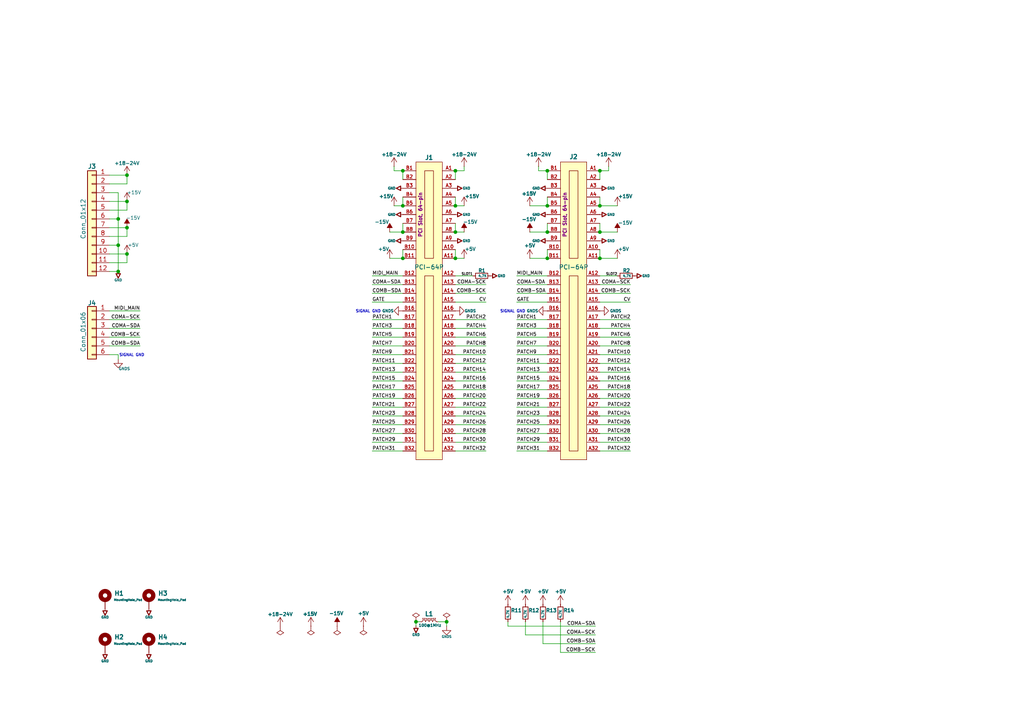
<source format=kicad_sch>
(kicad_sch (version 20250114) (generator "eeschema") (generator_version "9.0")
  (paper "A4")
  (title_block (title "Bench Buddy -- Two Slot Backplane PCB  for ASMR") (date "2025-09-08") (rev "A") (company "by Circuit Monkey") (comment 1 "ASMR :: Advanced Synth Module Rack") (comment 2 "Two Slot Backplane Reference Design"))
  (lib_symbols
    (symbol "CM_Connector_Edge:PCIe-64" (pin_names (hide yes))
      (property "Reference" "J" (at 0 31.75 0))
      (property "Description" "PCI Slot, 64-pin" (at -2.54 15.24 90))
      (symbol "PCIe-64_0_1"
        (rectangle (start -1.27 27.94) (end 1.27 2.54) (fill (type color) (color 132 132 0 0.31)))
        (rectangle (start -1.27 -2.54) (end 1.27 -53.34) (fill (type color) (color 132 132 0 0.31)))
      )
      (symbol "PCIe-64_1_1"
        (rectangle (start -3.81 30.48) (end 3.81 -55.88) (fill (type background)))
        (pin power_in line (at -7.62 27.94 0) (length 3.81) (name "B1") (number "B1"))
        (pin power_in line (at -7.62 25.4 0) (length 3.81) (name "B2") (number "B2"))
        (pin power_in line (at -7.62 22.86 0) (length 3.81) (name "B3") (number "B3"))
        (pin power_in line (at -7.62 20.32 0) (length 3.81) (name "B4") (number "B4"))
        (pin power_in line (at -7.62 17.78 0) (length 3.81) (name "B5") (number "B5"))
        (pin power_in line (at -7.62 15.24 0) (length 3.81) (name "B6") (number "B6"))
        (pin power_in line (at -7.62 12.7 0) (length 3.81) (name "B7") (number "B7"))
        (pin passive line (at -7.62 10.16 0) (length 3.81) (name "B8") (number "B8"))
        (pin passive line (at -7.62 7.62 0) (length 3.81) (name "B9") (number "B9"))
        (pin passive line (at -7.62 5.08 0) (length 3.81) (name "B10") (number "B10"))
        (pin passive line (at -7.62 2.54 0) (length 3.81) (name "B11") (number "B11"))
        (pin passive line (at -7.62 -2.54 0) (length 3.81) (name "B12") (number "B12"))
        (pin passive line (at -7.62 -5.08 0) (length 3.81) (name "B13") (number "B13"))
        (pin passive line (at -7.62 -7.62 0) (length 3.81) (name "B14") (number "B14"))
        (pin passive line (at -7.62 -10.16 0) (length 3.81) (name "B15") (number "B15"))
        (pin passive line (at -7.62 -12.7 0) (length 3.81) (name "B16") (number "B16"))
        (pin passive line (at -7.62 -15.24 0) (length 3.81) (name "B17") (number "B17"))
        (pin passive line (at -7.62 -17.78 0) (length 3.81) (name "B18") (number "B18"))
        (pin passive line (at -7.62 -20.32 0) (length 3.81) (name "B19") (number "B19"))
        (pin passive line (at -7.62 -22.86 0) (length 3.81) (name "B20") (number "B20"))
        (pin passive line (at -7.62 -25.4 0) (length 3.81) (name "B21") (number "B21"))
        (pin passive line (at -7.62 -27.94 0) (length 3.81) (name "B22") (number "B22"))
        (pin passive line (at -7.62 -30.48 0) (length 3.81) (name "B23") (number "B23"))
        (pin passive line (at -7.62 -33.02 0) (length 3.81) (name "B24") (number "B24"))
        (pin passive line (at -7.62 -35.56 0) (length 3.81) (name "B25") (number "B25"))
        (pin passive line (at -7.62 -38.1 0) (length 3.81) (name "B26") (number "B26"))
        (pin passive line (at -7.62 -40.64 0) (length 3.81) (name "B27") (number "B27"))
        (pin passive line (at -7.62 -43.18 0) (length 3.81) (name "B28") (number "B28"))
        (pin passive line (at -7.62 -45.72 0) (length 3.81) (name "B29") (number "B29"))
        (pin passive line (at -7.62 -48.26 0) (length 3.81) (name "B30") (number "B30"))
        (pin passive line (at -7.62 -50.8 0) (length 3.81) (name "B31") (number "B31"))
        (pin passive line (at -7.62 -53.34 0) (length 3.81) (name "B32") (number "B32"))
        (pin power_in line (at 7.62 27.94 180) (length 3.81) (name "A1") (number "A1"))
        (pin power_in line (at 7.62 25.4 180) (length 3.81) (name "A2") (number "A2"))
        (pin power_in line (at 7.62 22.86 180) (length 3.81) (name "A3") (number "A3"))
        (pin power_in line (at 7.62 20.32 180) (length 3.81) (name "A4") (number "A4"))
        (pin power_in line (at 7.62 17.78 180) (length 3.81) (name "A5") (number "A5"))
        (pin power_in line (at 7.62 15.24 180) (length 3.81) (name "A6") (number "A6"))
        (pin power_in line (at 7.62 12.7 180) (length 3.81) (name "A7") (number "A7"))
        (pin passive line (at 7.62 10.16 180) (length 3.81) (name "A8") (number "A8"))
        (pin passive line (at 7.62 7.62 180) (length 3.81) (name "A9") (number "A9"))
        (pin passive line (at 7.62 5.08 180) (length 3.81) (name "A10") (number "A10"))
        (pin passive line (at 7.62 2.54 180) (length 3.81) (name "A11") (number "A11"))
        (pin passive line (at 7.62 -2.54 180) (length 3.81) (name "A12") (number "A12"))
        (pin passive line (at 7.62 -5.08 180) (length 3.81) (name "A13") (number "A13"))
        (pin passive line (at 7.62 -7.62 180) (length 3.81) (name "A14") (number "A14"))
        (pin passive line (at 7.62 -10.16 180) (length 3.81) (name "A15") (number "A15"))
        (pin passive line (at 7.62 -12.7 180) (length 3.81) (name "A16") (number "A16"))
        (pin passive line (at 7.62 -15.24 180) (length 3.81) (name "A17") (number "A17"))
        (pin passive line (at 7.62 -17.78 180) (length 3.81) (name "A18") (number "A18"))
        (pin passive line (at 7.62 -20.32 180) (length 3.81) (name "A19") (number "A19"))
        (pin passive line (at 7.62 -22.86 180) (length 3.81) (name "A20") (number "A20"))
        (pin passive line (at 7.62 -25.4 180) (length 3.81) (name "A21") (number "A21"))
        (pin passive line (at 7.62 -27.94 180) (length 3.81) (name "A22") (number "A22"))
        (pin passive line (at 7.62 -30.48 180) (length 3.81) (name "A23") (number "A23"))
        (pin passive line (at 7.62 -33.02 180) (length 3.81) (name "A24") (number "A24"))
        (pin passive line (at 7.62 -35.56 180) (length 3.81) (name "A25") (number "A25"))
        (pin passive line (at 7.62 -38.1 180) (length 3.81) (name "A26") (number "A26"))
        (pin passive line (at 7.62 -40.64 180) (length 3.81) (name "A27") (number "A27"))
        (pin passive line (at 7.62 -43.18 180) (length 3.81) (name "A28") (number "A28"))
        (pin passive line (at 7.62 -45.72 180) (length 3.81) (name "A29") (number "A29"))
        (pin passive line (at 7.62 -48.26 180) (length 3.81) (name "A30") (number "A30"))
        (pin passive line (at 7.62 -50.8 180) (length 3.81) (name "A31") (number "A31"))
        (pin passive line (at 7.62 -53.34 180) (length 3.81) (name "A32") (number "A32"))
      )
    )
    (symbol "CM_power:GND" (power) (pin_numbers (hide yes)) (pin_names (offset 0) (hide yes))
      (property "Value" "GND" (at 0 -2.1 0))
      (symbol "GND_0_1"
        (polyline (pts (xy 0 -0.625) (xy 0 0)))
        (polyline (pts (xy 0 -0.635) (xy 0.635 -0.635) (xy 0 -1.905) (xy -0.635 -0.635) (xy 0 -0.635)) (stroke (width 0.3)))
      )
      (symbol "GND_1_1"
        (pin power_in line (at 0 0 270) (length 0) (name "~") (number "1"))
      )
    )
    (symbol "Connector_Generic:Conn_01x06" (pin_names (offset 1.016) (hide yes))
      (property "Reference" "J" (at 0 7.62 0))
      (property "Value" "Conn_01x06" (at 0 -10.16 0))
      (symbol "Conn_01x06_1_1"
        (rectangle (start -1.27 6.35) (end 1.27 -8.89) (stroke (width 0.254)) (fill (type background)))
        (rectangle (start -1.27 5.207) (end 0 4.953) (stroke (width 0.1524)))
        (rectangle (start -1.27 2.667) (end 0 2.413) (stroke (width 0.1524)))
        (rectangle (start -1.27 0.127) (end 0 -0.127) (stroke (width 0.1524)))
        (rectangle (start -1.27 -2.413) (end 0 -2.667) (stroke (width 0.1524)))
        (rectangle (start -1.27 -4.953) (end 0 -5.207) (stroke (width 0.1524)))
        (rectangle (start -1.27 -7.493) (end 0 -7.747) (stroke (width 0.1524)))
        (pin passive line (at -5.08 5.08 0) (length 3.81) (name "Pin_1") (number "1"))
        (pin passive line (at -5.08 2.54 0) (length 3.81) (name "Pin_2") (number "2"))
        (pin passive line (at -5.08 0 0) (length 3.81) (name "Pin_3") (number "3"))
        (pin passive line (at -5.08 -2.54 0) (length 3.81) (name "Pin_4") (number "4"))
        (pin passive line (at -5.08 -5.08 0) (length 3.81) (name "Pin_5") (number "5"))
        (pin passive line (at -5.08 -7.62 0) (length 3.81) (name "Pin_6") (number "6"))
      )
    )
    (symbol "Connector_Generic:Conn_01x12" (pin_names (offset 1.016) (hide yes))
      (property "Reference" "J" (at 0 15.24 0))
      (property "Value" "Conn_01x12" (at 0 -17.78 0))
      (symbol "Conn_01x12_1_1"
        (rectangle (start -1.27 13.97) (end 1.27 -16.51) (stroke (width 0.254)) (fill (type background)))
        (rectangle (start -1.27 12.827) (end 0 12.573) (stroke (width 0.1524)))
        (rectangle (start -1.27 10.287) (end 0 10.033) (stroke (width 0.1524)))
        (rectangle (start -1.27 7.747) (end 0 7.493) (stroke (width 0.1524)))
        (rectangle (start -1.27 5.207) (end 0 4.953) (stroke (width 0.1524)))
        (rectangle (start -1.27 2.667) (end 0 2.413) (stroke (width 0.1524)))
        (rectangle (start -1.27 0.127) (end 0 -0.127) (stroke (width 0.1524)))
        (rectangle (start -1.27 -2.413) (end 0 -2.667) (stroke (width 0.1524)))
        (rectangle (start -1.27 -4.953) (end 0 -5.207) (stroke (width 0.1524)))
        (rectangle (start -1.27 -7.493) (end 0 -7.747) (stroke (width 0.1524)))
        (rectangle (start -1.27 -10.033) (end 0 -10.287) (stroke (width 0.1524)))
        (rectangle (start -1.27 -12.573) (end 0 -12.827) (stroke (width 0.1524)))
        (rectangle (start -1.27 -15.113) (end 0 -15.367) (stroke (width 0.1524)))
        (pin passive line (at -5.08 12.7 0) (length 3.81) (name "Pin_1") (number "1"))
        (pin passive line (at -5.08 10.16 0) (length 3.81) (name "Pin_2") (number "2"))
        (pin passive line (at -5.08 7.62 0) (length 3.81) (name "Pin_3") (number "3"))
        (pin passive line (at -5.08 5.08 0) (length 3.81) (name "Pin_4") (number "4"))
        (pin passive line (at -5.08 2.54 0) (length 3.81) (name "Pin_5") (number "5"))
        (pin passive line (at -5.08 0 0) (length 3.81) (name "Pin_6") (number "6"))
        (pin passive line (at -5.08 -2.54 0) (length 3.81) (name "Pin_7") (number "7"))
        (pin passive line (at -5.08 -5.08 0) (length 3.81) (name "Pin_8") (number "8"))
        (pin passive line (at -5.08 -7.62 0) (length 3.81) (name "Pin_9") (number "9"))
        (pin passive line (at -5.08 -10.16 0) (length 3.81) (name "Pin_10") (number "10"))
        (pin passive line (at -5.08 -12.7 0) (length 3.81) (name "Pin_11") (number "11"))
        (pin passive line (at -5.08 -15.24 0) (length 3.81) (name "Pin_12") (number "12"))
      )
    )
    (symbol "Device:L_Ferrite_Small" (pin_numbers (hide yes)) (pin_names (offset 0.254) (hide yes))
      (property "Reference" "L" (at 1.27 1.016 0))
      (property "Value" "L_Ferrite_Small" (at 1.27 -1.27 0))
      (symbol "L_Ferrite_Small_0_1"
        (arc (start 0 2.032) (mid 0.5058 1.524) (end 0 1.016))
        (arc (start 0 1.016) (mid 0.5058 0.508) (end 0 0))
        (arc (start 0 0) (mid 0.5058 -0.508) (end 0 -1.016))
        (arc (start 0 -1.016) (mid 0.5058 -1.524) (end 0 -2.032))
        (polyline (pts (xy 0.762 1.651) (xy 0.762 1.905)))
        (polyline (pts (xy 0.762 1.143) (xy 0.762 1.397)))
        (polyline (pts (xy 0.762 0.635) (xy 0.762 0.889)))
        (polyline (pts (xy 0.762 0.127) (xy 0.762 0.381)))
        (polyline (pts (xy 0.762 -0.381) (xy 0.762 -0.127)))
        (polyline (pts (xy 0.762 -0.889) (xy 0.762 -0.635)))
        (polyline (pts (xy 0.762 -1.397) (xy 0.762 -1.143)))
        (polyline (pts (xy 0.762 -1.905) (xy 0.762 -1.651)))
        (polyline (pts (xy 1.016 1.905) (xy 1.016 1.651)))
        (polyline (pts (xy 1.016 1.397) (xy 1.016 1.143)))
        (polyline (pts (xy 1.016 0.889) (xy 1.016 0.635)))
        (polyline (pts (xy 1.016 0.381) (xy 1.016 0.127)))
        (polyline (pts (xy 1.016 -0.127) (xy 1.016 -0.381)))
        (polyline (pts (xy 1.016 -0.635) (xy 1.016 -0.889)))
        (polyline (pts (xy 1.016 -1.143) (xy 1.016 -1.397)))
        (polyline (pts (xy 1.016 -1.651) (xy 1.016 -1.905)))
      )
      (symbol "L_Ferrite_Small_1_1"
        (pin passive line (at 0 2.54 270) (length 0.508) (name "~") (number "1"))
        (pin passive line (at 0 -2.54 90) (length 0.508) (name "~") (number "2"))
      )
    )
    (symbol "Device:R_Small" (pin_numbers (hide yes)) (pin_names (offset 0.254) (hide yes))
      (property "Reference" "R" (at 0 0 90))
      (property "Value" "R_Small" (at 1.778 0 90))
      (symbol "R_Small_0_1"
        (rectangle (start -0.762 1.778) (end 0.762 -1.778) (stroke (width 0.2032)))
      )
      (symbol "R_Small_1_1"
        (pin passive line (at 0 2.54 270) (length 0.762) (name "~") (number "1"))
        (pin passive line (at 0 -2.54 90) (length 0.762) (name "~") (number "2"))
      )
    )
    (symbol "Mechanical:MountingHole_Pad" (pin_numbers (hide yes)) (pin_names (offset 1.016) (hide yes)) (in_bom no)
      (property "Reference" "H" (at 0 6.35 0))
      (property "Value" "MountingHole_Pad" (at 0 4.445 0))
      (symbol "MountingHole_Pad_0_1"
        (circle (center 0 1.27) (radius 1.27) (stroke (width 1.27)))
      )
      (symbol "MountingHole_Pad_1_1"
        (pin input line (at 0 -2.54 90) (length 2.54) (name "1") (number "1"))
      )
    )
    (symbol "power:+15V" (power) (pin_numbers (hide yes)) (pin_names (offset 0) (hide yes))
      (property "Value" "+15V" (at 0 3.556 0))
      (symbol "+15V_0_1"
        (polyline (pts (xy -0.762 1.27) (xy 0 2.54)))
        (polyline (pts (xy 0 2.54) (xy 0.762 1.27)))
        (polyline (pts (xy 0 0) (xy 0 2.54)))
      )
      (symbol "+15V_1_1"
        (pin power_in line (at 0 0 90) (length 0) (name "~") (number "1"))
      )
    )
    (symbol "power:+24V" (power) (pin_numbers (hide yes)) (pin_names (offset 0) (hide yes))
      (property "Value" "+24V" (at 0 3.556 0))
      (symbol "+24V_0_1"
        (polyline (pts (xy -0.762 1.27) (xy 0 2.54)))
        (polyline (pts (xy 0 2.54) (xy 0.762 1.27)))
        (polyline (pts (xy 0 0) (xy 0 2.54)))
      )
      (symbol "+24V_1_1"
        (pin power_in line (at 0 0 90) (length 0) (name "~") (number "1"))
      )
    )
    (symbol "power:+5V" (power) (pin_numbers (hide yes)) (pin_names (offset 0) (hide yes))
      (property "Value" "+5V" (at 0 3.556 0))
      (symbol "+5V_0_1"
        (polyline (pts (xy -0.762 1.27) (xy 0 2.54)))
        (polyline (pts (xy 0 2.54) (xy 0.762 1.27)))
        (polyline (pts (xy 0 0) (xy 0 2.54)))
      )
      (symbol "+5V_1_1"
        (pin power_in line (at 0 0 90) (length 0) (name "~") (number "1"))
      )
    )
    (symbol "power:-15V" (power) (pin_numbers (hide yes)) (pin_names (offset 0) (hide yes))
      (property "Value" "-15V" (at 0 3.556 0))
      (symbol "-15V_0_0"
        (pin power_in line (at 0 0 90) (length 0) (name "~") (number "1"))
      )
      (symbol "-15V_0_1"
        (polyline (pts (xy 0 0) (xy 0 1.27) (xy 0.762 1.27) (xy 0 2.54) (xy -0.762 1.27) (xy 0 1.27)) (fill (type outline)))
      )
    )
    (symbol "power:GNDS" (power) (pin_numbers (hide yes)) (pin_names (offset 0) (hide yes))
      (property "Value" "GNDS" (at 0 -3.81 0))
      (symbol "GNDS_0_1"
        (polyline (pts (xy 0 0) (xy 0 -1.27) (xy 1.27 -1.27) (xy 0 -2.54) (xy -1.27 -1.27) (xy 0 -1.27)))
      )
      (symbol "GNDS_1_1"
        (pin power_in line (at 0 0 270) (length 0) (name "~") (number "1"))
      )
    )
    (symbol "power:PWR_FLAG" (power) (pin_numbers (hide yes)) (pin_names (offset 0) (hide yes))
      (property "Value" "PWR_FLAG" (at 0 3.81 0))
      (symbol "PWR_FLAG_0_0"
        (pin power_out line (at 0 0 90) (length 0) (name "~") (number "1"))
      )
      (symbol "PWR_FLAG_0_1"
        (polyline (pts (xy 0 0) (xy 0 1.27) (xy -1.016 1.905) (xy 0 2.54) (xy 1.016 1.905) (xy 0 1.27)))
      )
    )
  )
  (text "SIGNAL GND" (at 152.4 90.424 0) (effects (font (size 0.8 0.8)) (justify right)))
  (text "SIGNAL GND" (at 110.49 90.424 0) (effects (font (size 0.8 0.8)) (justify right)))
  (text "SIGNAL GND" (at 41.91 103.124 0) (effects (font (size 0.8 0.8)) (justify right)))
  (junction (at 36.83 66.04))
  (junction (at 34.29 63.5))
  (junction (at 116.84 74.93))
  (junction (at 36.83 50.8))
  (junction (at 132.08 67.31))
  (junction (at 158.75 74.93))
  (junction (at 158.75 49.53))
  (junction (at 36.83 73.66))
  (junction (at 173.99 59.69))
  (junction (at 116.84 49.53))
  (junction (at 34.29 78.74))
  (junction (at 158.75 67.31))
  (junction (at 116.84 67.31))
  (junction (at 129.54 180.34))
  (junction (at 120.65 180.34))
  (junction (at 173.99 67.31))
  (junction (at 132.08 49.53))
  (junction (at 132.08 59.69))
  (junction (at 158.75 59.69))
  (junction (at 132.08 74.93))
  (junction (at 173.99 49.53))
  (junction (at 116.84 59.69))
  (junction (at 173.99 74.93))
  (junction (at 36.83 58.42))
  (junction (at 34.29 71.12))
  (wire (pts (xy 152.4 184.15) (xy 172.72 184.15)))
  (wire (pts (xy 31.75 97.79) (xy 40.64 97.79)))
  (wire (pts (xy 34.29 71.12) (xy 34.29 78.74)))
  (wire (pts (xy 132.08 115.57) (xy 140.97 115.57)))
  (wire (pts (xy 107.95 128.27) (xy 116.84 128.27)))
  (wire (pts (xy 173.99 57.15) (xy 173.99 59.69)))
  (wire (pts (xy 149.86 80.01) (xy 158.75 80.01)))
  (wire (pts (xy 153.67 59.69) (xy 158.75 59.69)))
  (wire (pts (xy 36.83 66.04) (xy 36.83 68.58)))
  (wire (pts (xy 173.99 74.93) (xy 179.07 74.93)))
  (wire (pts (xy 173.99 95.25) (xy 182.88 95.25)))
  (wire (pts (xy 107.95 92.71) (xy 116.84 92.71)))
  (wire (pts (xy 173.99 85.09) (xy 182.88 85.09)))
  (wire (pts (xy 132.08 59.69) (xy 134.62 59.69)))
  (wire (pts (xy 173.99 82.55) (xy 182.88 82.55)))
  (wire (pts (xy 107.95 115.57) (xy 116.84 115.57)))
  (wire (pts (xy 149.86 113.03) (xy 158.75 113.03)))
  (wire (pts (xy 113.03 74.93) (xy 116.84 74.93)))
  (wire (pts (xy 149.86 107.95) (xy 158.75 107.95)))
  (wire (pts (xy 132.08 110.49) (xy 140.97 110.49)))
  (wire (pts (xy 173.99 102.87) (xy 182.88 102.87)))
  (wire (pts (xy 132.08 130.81) (xy 140.97 130.81)))
  (wire (pts (xy 149.86 95.25) (xy 158.75 95.25)))
  (wire (pts (xy 107.95 118.11) (xy 116.84 118.11)))
  (wire (pts (xy 153.67 74.93) (xy 158.75 74.93)))
  (wire (pts (xy 107.95 130.81) (xy 116.84 130.81)))
  (wire (pts (xy 173.99 120.65) (xy 182.88 120.65)))
  (wire (pts (xy 31.75 95.25) (xy 40.64 95.25)))
  (wire (pts (xy 132.08 72.39) (xy 132.08 74.93)))
  (wire (pts (xy 31.75 76.2) (xy 36.83 76.2)))
  (wire (pts (xy 107.95 82.55) (xy 116.84 82.55)))
  (wire (pts (xy 34.29 55.88) (xy 34.29 63.5)))
  (wire (pts (xy 149.86 110.49) (xy 158.75 110.49)))
  (wire (pts (xy 31.75 53.34) (xy 36.83 53.34)))
  (wire (pts (xy 36.83 58.42) (xy 36.83 60.96)))
  (wire (pts (xy 156.21 49.53) (xy 156.21 48.26)))
  (wire (pts (xy 173.99 128.27) (xy 182.88 128.27)))
  (wire (pts (xy 34.29 102.87) (xy 31.75 102.87)))
  (wire (pts (xy 173.99 113.03) (xy 182.88 113.03)))
  (wire (pts (xy 34.29 63.5) (xy 34.29 71.12)))
  (wire (pts (xy 132.08 74.93) (xy 134.62 74.93)))
  (wire (pts (xy 116.84 49.53) (xy 116.84 52.07)))
  (wire (pts (xy 173.99 59.69) (xy 179.07 59.69)))
  (wire (pts (xy 132.08 57.15) (xy 132.08 59.69)))
  (wire (pts (xy 134.62 49.53) (xy 132.08 49.53)))
  (wire (pts (xy 132.08 87.63) (xy 140.97 87.63)))
  (wire (pts (xy 132.08 113.03) (xy 140.97 113.03)))
  (wire (pts (xy 149.86 105.41) (xy 158.75 105.41)))
  (wire (pts (xy 162.56 189.23) (xy 172.72 189.23)))
  (wire (pts (xy 132.08 97.79) (xy 140.97 97.79)))
  (wire (pts (xy 132.08 95.25) (xy 140.97 95.25)))
  (wire (pts (xy 132.08 125.73) (xy 140.97 125.73)))
  (wire (pts (xy 132.08 102.87) (xy 140.97 102.87)))
  (wire (pts (xy 158.75 64.77) (xy 158.75 67.31)))
  (wire (pts (xy 107.95 123.19) (xy 116.84 123.19)))
  (wire (pts (xy 132.08 92.71) (xy 140.97 92.71)))
  (wire (pts (xy 114.3 49.53) (xy 114.3 48.26)))
  (wire (pts (xy 152.4 180.34) (xy 152.4 184.15)))
  (wire (pts (xy 173.99 100.33) (xy 182.88 100.33)))
  (wire (pts (xy 173.99 130.81) (xy 182.88 130.81)))
  (wire (pts (xy 132.08 118.11) (xy 140.97 118.11)))
  (wire (pts (xy 107.95 110.49) (xy 116.84 110.49)))
  (wire (pts (xy 132.08 67.31) (xy 134.62 67.31)))
  (wire (pts (xy 173.99 87.63) (xy 182.88 87.63)))
  (wire (pts (xy 149.86 97.79) (xy 158.75 97.79)))
  (wire (pts (xy 107.95 120.65) (xy 116.84 120.65)))
  (wire (pts (xy 107.95 105.41) (xy 116.84 105.41)))
  (wire (pts (xy 107.95 107.95) (xy 116.84 107.95)))
  (wire (pts (xy 173.99 118.11) (xy 182.88 118.11)))
  (wire (pts (xy 132.08 49.53) (xy 132.08 52.07)))
  (wire (pts (xy 31.75 92.71) (xy 40.64 92.71)))
  (wire (pts (xy 31.75 68.58) (xy 36.83 68.58)))
  (wire (pts (xy 107.95 113.03) (xy 116.84 113.03)))
  (wire (pts (xy 173.99 115.57) (xy 182.88 115.57)))
  (wire (pts (xy 31.75 55.88) (xy 34.29 55.88)))
  (wire (pts (xy 31.75 66.04) (xy 36.83 66.04)))
  (wire (pts (xy 173.99 123.19) (xy 182.88 123.19)))
  (wire (pts (xy 107.95 95.25) (xy 116.84 95.25)))
  (wire (pts (xy 147.32 181.61) (xy 147.32 180.34)))
  (wire (pts (xy 134.62 48.26) (xy 134.62 49.53)))
  (wire (pts (xy 116.84 72.39) (xy 116.84 74.93)))
  (wire (pts (xy 173.99 107.95) (xy 182.88 107.95)))
  (wire (pts (xy 149.86 130.81) (xy 158.75 130.81)))
  (wire (pts (xy 149.86 92.71) (xy 158.75 92.71)))
  (wire (pts (xy 120.65 180.34) (xy 121.92 180.34)))
  (wire (pts (xy 158.75 49.53) (xy 156.21 49.53)))
  (wire (pts (xy 173.99 92.71) (xy 182.88 92.71)))
  (wire (pts (xy 120.65 181.61) (xy 120.65 180.34)))
  (wire (pts (xy 127 180.34) (xy 129.54 180.34)))
  (wire (pts (xy 149.86 100.33) (xy 158.75 100.33)))
  (wire (pts (xy 107.95 125.73) (xy 116.84 125.73)))
  (wire (pts (xy 173.99 125.73) (xy 182.88 125.73)))
  (wire (pts (xy 173.99 97.79) (xy 182.88 97.79)))
  (wire (pts (xy 149.86 128.27) (xy 158.75 128.27)))
  (wire (pts (xy 31.75 100.33) (xy 40.64 100.33)))
  (wire (pts (xy 173.99 105.41) (xy 182.88 105.41)))
  (wire (pts (xy 107.95 97.79) (xy 116.84 97.79)))
  (wire (pts (xy 107.95 102.87) (xy 116.84 102.87)))
  (wire (pts (xy 176.53 48.26) (xy 176.53 49.53)))
  (wire (pts (xy 157.48 180.34) (xy 157.48 186.69)))
  (wire (pts (xy 173.99 72.39) (xy 173.99 74.93)))
  (wire (pts (xy 116.84 57.15) (xy 116.84 59.69)))
  (wire (pts (xy 173.99 110.49) (xy 182.88 110.49)))
  (wire (pts (xy 31.75 63.5) (xy 34.29 63.5)))
  (wire (pts (xy 132.08 85.09) (xy 140.97 85.09)))
  (wire (pts (xy 116.84 64.77) (xy 116.84 67.31)))
  (wire (pts (xy 132.08 123.19) (xy 140.97 123.19)))
  (wire (pts (xy 31.75 71.12) (xy 34.29 71.12)))
  (wire (pts (xy 173.99 64.77) (xy 173.99 67.31)))
  (wire (pts (xy 31.75 90.17) (xy 40.64 90.17)))
  (wire (pts (xy 149.86 120.65) (xy 158.75 120.65)))
  (wire (pts (xy 132.08 100.33) (xy 140.97 100.33)))
  (wire (pts (xy 107.95 100.33) (xy 116.84 100.33)))
  (wire (pts (xy 132.08 105.41) (xy 140.97 105.41)))
  (wire (pts (xy 31.75 58.42) (xy 36.83 58.42)))
  (wire (pts (xy 149.86 125.73) (xy 158.75 125.73)))
  (wire (pts (xy 173.99 80.01) (xy 179.07 80.01)))
  (wire (pts (xy 107.95 80.01) (xy 116.84 80.01)))
  (wire (pts (xy 132.08 64.77) (xy 132.08 67.31)))
  (wire (pts (xy 129.54 180.34) (xy 129.54 181.61)))
  (wire (pts (xy 107.95 87.63) (xy 116.84 87.63)))
  (wire (pts (xy 173.99 52.07) (xy 173.99 49.53)))
  (wire (pts (xy 149.86 102.87) (xy 158.75 102.87)))
  (wire (pts (xy 31.75 73.66) (xy 36.83 73.66)))
  (wire (pts (xy 31.75 50.8) (xy 36.83 50.8)))
  (wire (pts (xy 149.86 87.63) (xy 158.75 87.63)))
  (wire (pts (xy 132.08 80.01) (xy 137.16 80.01)))
  (wire (pts (xy 114.3 59.69) (xy 116.84 59.69)))
  (wire (pts (xy 113.03 67.31) (xy 116.84 67.31)))
  (wire (pts (xy 173.99 67.31) (xy 179.07 67.31)))
  (wire (pts (xy 149.86 85.09) (xy 158.75 85.09)))
  (wire (pts (xy 36.83 73.66) (xy 36.83 76.2)))
  (wire (pts (xy 132.08 128.27) (xy 140.97 128.27)))
  (wire (pts (xy 158.75 72.39) (xy 158.75 74.93)))
  (wire (pts (xy 34.29 78.74) (xy 31.75 78.74)))
  (wire (pts (xy 149.86 118.11) (xy 158.75 118.11)))
  (wire (pts (xy 149.86 115.57) (xy 158.75 115.57)))
  (wire (pts (xy 31.75 60.96) (xy 36.83 60.96)))
  (wire (pts (xy 114.3 49.53) (xy 116.84 49.53)))
  (wire (pts (xy 107.95 85.09) (xy 116.84 85.09)))
  (wire (pts (xy 173.99 49.53) (xy 176.53 49.53)))
  (wire (pts (xy 34.29 102.87) (xy 34.29 104.14)))
  (wire (pts (xy 157.48 186.69) (xy 172.72 186.69)))
  (wire (pts (xy 158.75 52.07) (xy 158.75 49.53)))
  (wire (pts (xy 149.86 82.55) (xy 158.75 82.55)))
  (wire (pts (xy 132.08 107.95) (xy 140.97 107.95)))
  (wire (pts (xy 149.86 123.19) (xy 158.75 123.19)))
  (wire (pts (xy 147.32 181.61) (xy 172.72 181.61)))
  (wire (pts (xy 158.75 57.15) (xy 158.75 59.69)))
  (wire (pts (xy 132.08 120.65) (xy 140.97 120.65)))
  (wire (pts (xy 162.56 180.34) (xy 162.56 189.23)))
  (wire (pts (xy 132.08 82.55) (xy 140.97 82.55)))
  (wire (pts (xy 153.67 67.31) (xy 158.75 67.31)))
  (wire (pts (xy 36.83 53.34) (xy 36.83 50.8)))
  (label "PATCH10" (at 182.88 102.87 180) (effects (font (size 1 1))))
  (label "PATCH8" (at 182.88 100.33 180) (effects (font (size 1 1))))
  (label "PATCH27" (at 149.86 125.73 0) (effects (font (size 1 1))))
  (label "COMA-SCK" (at 182.88 82.55 180) (effects (font (size 1 1))))
  (label "CV" (at 182.88 87.63 180) (effects (font (size 1 1))))
  (label "PATCH10" (at 140.97 102.87 180) (effects (font (size 1 1))))
  (label "CV" (at 140.97 87.63 180) (effects (font (size 1 1))))
  (label "PATCH7" (at 107.95 100.33 0) (effects (font (size 1 1))))
  (label "PATCH19" (at 149.86 115.57 0) (effects (font (size 1 1))))
  (label "PATCH1" (at 107.95 92.71 0) (effects (font (size 1 1))))
  (label "PATCH21" (at 107.95 118.11 0) (effects (font (size 1 1))))
  (label "GATE" (at 107.95 87.63 0) (effects (font (size 1 1))))
  (label "PATCH6" (at 140.97 97.79 180) (effects (font (size 1 1))))
  (label "PATCH18" (at 140.97 113.03 180) (effects (font (size 1 1))))
  (label "PATCH29" (at 107.95 128.27 0) (effects (font (size 1 1))))
  (label "PATCH18" (at 182.88 113.03 180) (effects (font (size 1 1))))
  (label "PATCH2" (at 140.97 92.71 180) (effects (font (size 1 1))))
  (label "COMA-SCK" (at 140.97 82.55 180) (effects (font (size 1 1))))
  (label "COMB-SCK" (at 182.88 85.09 180) (effects (font (size 1 1))))
  (label "PATCH32" (at 140.97 130.81 180) (effects (font (size 1 1))))
  (label "COMB-SDA" (at 40.64 100.33 180) (effects (font (size 1 1))))
  (label "MIDI_MAIN" (at 40.64 90.17 180) (effects (font (size 1 1))))
  (label "PATCH27" (at 107.95 125.73 0) (effects (font (size 1 1))))
  (label "COMA-SDA" (at 172.72 181.61 180) (effects (font (size 1 1))))
  (label "PATCH26" (at 140.97 123.19 180) (effects (font (size 1 1))))
  (label "COMB-SCK" (at 172.72 189.23 180) (effects (font (size 1 1))))
  (label "COMA-SCK" (at 40.64 92.71 180) (effects (font (size 1 1))))
  (label "PATCH23" (at 107.95 120.65 0) (effects (font (size 1 1))))
  (label "PATCH3" (at 107.95 95.25 0) (effects (font (size 1 1))))
  (label "PATCH28" (at 182.88 125.73 180) (effects (font (size 1 1))))
  (label "COMB-SDA" (at 149.86 85.09 0) (effects (font (size 1 1))))
  (label "PATCH9" (at 149.86 102.87 0) (effects (font (size 1 1))))
  (label "PATCH16" (at 182.88 110.49 180) (effects (font (size 1 1))))
  (label "PATCH15" (at 149.86 110.49 0) (effects (font (size 1 1))))
  (label "PATCH30" (at 182.88 128.27 180) (effects (font (size 1 1))))
  (label "PATCH28" (at 140.97 125.73 180) (effects (font (size 1 1))))
  (label "COMA-SDA" (at 107.95 82.55 0) (effects (font (size 1 1))))
  (label "PATCH11" (at 107.95 105.41 0) (effects (font (size 1 1))))
  (label "PATCH16" (at 140.97 110.49 180) (effects (font (size 1 1))))
  (label "MIDI_MAIN" (at 149.86 80.01 0) (effects (font (size 1 1))))
  (label "PATCH11" (at 149.86 105.41 0) (effects (font (size 1 1))))
  (label "PATCH6" (at 182.88 97.79 180) (effects (font (size 1 1))))
  (label "COMA-SDA" (at 40.64 95.25 180) (effects (font (size 1 1))))
  (label "PATCH32" (at 182.88 130.81 180) (effects (font (size 1 1))))
  (label "PATCH5" (at 149.86 97.79 0) (effects (font (size 1 1))))
  (label "PATCH12" (at 182.88 105.41 180) (effects (font (size 1 1))))
  (label "PATCH7" (at 149.86 100.33 0) (effects (font (size 1 1))))
  (label "PATCH31" (at 107.95 130.81 0) (effects (font (size 1 1))))
  (label "PATCH20" (at 182.88 115.57 180) (effects (font (size 1 1))))
  (label "PATCH24" (at 182.88 120.65 180) (effects (font (size 1 1))))
  (label "PATCH26" (at 182.88 123.19 180) (effects (font (size 1 1))))
  (label "PATCH3" (at 149.86 95.25 0) (effects (font (size 1 1))))
  (label "PATCH23" (at 149.86 120.65 0) (effects (font (size 1 1))))
  (label "PATCH13" (at 149.86 107.95 0) (effects (font (size 1 1))))
  (label "SLOT2" (at 179.07 80.01 180) (effects (font (size 0.7 0.7))))
  (label "PATCH17" (at 149.86 113.03 0) (effects (font (size 1 1))))
  (label "PATCH2" (at 182.88 92.71 180) (effects (font (size 1 1))))
  (label "PATCH31" (at 149.86 130.81 0) (effects (font (size 1 1))))
  (label "COMB-SDA" (at 107.95 85.09 0) (effects (font (size 1 1))))
  (label "COMB-SDA" (at 172.72 186.69 180) (effects (font (size 1 1))))
  (label "PATCH15" (at 107.95 110.49 0) (effects (font (size 1 1))))
  (label "PATCH12" (at 140.97 105.41 180) (effects (font (size 1 1))))
  (label "PATCH8" (at 140.97 100.33 180) (effects (font (size 1 1))))
  (label "COMB-SCK" (at 40.64 97.79 180) (effects (font (size 1 1))))
  (label "PATCH25" (at 149.86 123.19 0) (effects (font (size 1 1))))
  (label "PATCH19" (at 107.95 115.57 0) (effects (font (size 1 1))))
  (label "SLOT1" (at 137.16 80.01 180) (effects (font (size 0.7 0.7))))
  (label "PATCH4" (at 182.88 95.25 180) (effects (font (size 1 1))))
  (label "PATCH14" (at 140.97 107.95 180) (effects (font (size 1 1))))
  (label "GATE" (at 149.86 87.63 0) (effects (font (size 1 1))))
  (label "PATCH21" (at 149.86 118.11 0) (effects (font (size 1 1))))
  (label "PATCH30" (at 140.97 128.27 180) (effects (font (size 1 1))))
  (label "PATCH4" (at 140.97 95.25 180) (effects (font (size 1 1))))
  (label "PATCH22" (at 140.97 118.11 180) (effects (font (size 1 1))))
  (label "PATCH14" (at 182.88 107.95 180) (effects (font (size 1 1))))
  (label "PATCH25" (at 107.95 123.19 0) (effects (font (size 1 1))))
  (label "PATCH5" (at 107.95 97.79 0) (effects (font (size 1 1))))
  (label "PATCH20" (at 140.97 115.57 180) (effects (font (size 1 1))))
  (label "COMB-SCK" (at 140.97 85.09 180) (effects (font (size 1 1))))
  (label "PATCH29" (at 149.86 128.27 0) (effects (font (size 1 1))))
  (label "PATCH1" (at 149.86 92.71 0) (effects (font (size 1 1))))
  (label "COMA-SDA" (at 149.86 82.55 0) (effects (font (size 1 1))))
  (label "PATCH9" (at 107.95 102.87 0) (effects (font (size 1 1))))
  (label "PATCH24" (at 140.97 120.65 180) (effects (font (size 1 1))))
  (label "PATCH22" (at 182.88 118.11 180) (effects (font (size 1 1))))
  (label "PATCH13" (at 107.95 107.95 0) (effects (font (size 1 1))))
  (label "COMA-SCK" (at 172.72 184.15 180) (effects (font (size 1 1))))
  (label "MIDI_MAIN" (at 107.95 80.01 0) (effects (font (size 1 1))))
  (label "PATCH17" (at 107.95 113.03 0) (effects (font (size 1 1))))
  (symbol (lib_id "CM_power:GND") (at 43.18 176.53 0) (unit 1)
    (property "Reference" "#PWR087" (effects (hide yes)))
    (property "Value" "GND" (at 43.18 178.63 0) (effects (font (size 0.7 0.7)) (justify top)))
    (property "Description" "Power symbol creates a global label with name \"GND\" , ground" (effects (hide yes)))
  )
  (symbol (lib_id "power:+24V") (at 134.62 48.26 0) (unit 1)
    (property "Reference" "#PWR0111" (effects (hide yes)))
    (property "Value" "+18-24V" (at 134.62 45.466 0) (effects (font (size 1 1) (thickness 0.2) (bold yes)) (justify bottom)))
    (property "Description" "Power symbol creates a global label with name \"+24V\"" (effects (hide yes)))
  )
  (symbol (lib_id "power:PWR_FLAG") (at 81.28 181.61 180) (unit 1)
    (property "Reference" "#FLG01" (effects (hide yes)))
    (property "Value" "PWR_FLAG" (effects (hide yes)))
    (property "Description" "Special symbol for telling ERC where power comes from" (effects (hide yes)))
  )
  (symbol (lib_id "CM_power:GND") (at 132.08 62.23 90) (unit 1)
    (property "Reference" "#PWR0119" (effects (hide yes)))
    (property "Value" "GND" (at 134.18 62.23 90) (effects (font (size 0.7 0.7)) (justify right)))
    (property "Description" "Power symbol creates a global label with name \"GND\" , ground" (effects (hide yes)))
  )
  (symbol (lib_id "power:GNDS") (at 116.84 90.17 270) (unit 1)
    (property "Reference" "#PWR026" (effects (hide yes)))
    (property "Value" "GNDS" (at 112.522 90.17 90) (effects (font (size 0.8 0.8))))
    (property "Description" "Power symbol creates a global label with name \"GNDS\" , signal ground" (effects (hide yes)))
  )
  (symbol (lib_id "CM_power:GND") (at 132.08 54.61 90) (unit 1)
    (property "Reference" "#PWR016" (effects (hide yes)))
    (property "Value" "GND" (at 134.18 54.61 90) (effects (font (size 0.7 0.7)) (justify right)))
    (property "Description" "Power symbol creates a global label with name \"GND\" , ground" (effects (hide yes)))
  )
  (symbol (lib_id "power:+24V") (at 156.21 48.26 0) (unit 1)
    (property "Reference" "#PWR05" (effects (hide yes)))
    (property "Value" "+18-24V" (at 156.21 45.466 0) (effects (font (size 1 1) (thickness 0.2) (bold yes)) (justify bottom)))
    (property "Description" "Power symbol creates a global label with name \"+24V\"" (effects (hide yes)))
  )
  (symbol (lib_id "power:-15V") (at 113.03 67.31 0) (unit 1)
    (property "Reference" "#PWR011" (effects (hide yes)))
    (property "Value" "-15V" (at 110.744 65.024 0) (effects (font (size 1 1) (thickness 0.2) (bold yes)) (justify bottom)))
    (property "Description" "Power symbol creates a global label with name \"-15V\"" (effects (hide yes)))
  )
  (symbol (lib_id "CM_power:GND") (at 173.99 62.23 90) (unit 1)
    (property "Reference" "#PWR013" (effects (hide yes)))
    (property "Value" "GND" (at 176.09 62.23 90) (effects (font (size 0.7 0.7)) (justify right)))
    (property "Description" "Power symbol creates a global label with name \"GND\" , ground" (effects (hide yes)))
  )
  (symbol (lib_id "Mechanical:MountingHole_Pad") (at 43.18 173.99 0) (unit 1) (in_bom no)
    (property "Reference" "H3" (at 45.72 172.085 0) (effects (font (thickness 0.254) (bold yes)) (justify left)))
    (property "Value" "MountingHole_Pad" (at 45.72 173.9899 0) (effects (font (size 0.6 0.6)) (justify left)))
    (property "Footprint" "MountingHole:MountingHole_3.2mm_M3_Pad_TopBottom" (effects (hide yes)))
    (property "Description" "Mounting Hole with connection" (effects (hide yes)))
  )
  (symbol (lib_id "CM_power:GND") (at 43.18 189.23 0) (unit 1)
    (property "Reference" "#PWR088" (effects (hide yes)))
    (property "Value" "GND" (at 43.18 191.33 0) (effects (font (size 0.7 0.7)) (justify top)))
    (property "Description" "Power symbol creates a global label with name \"GND\" , ground" (effects (hide yes)))
  )
  (symbol (lib_id "CM_power:GND") (at 158.75 62.23 270) (unit 1)
    (property "Reference" "#PWR09" (effects (hide yes)))
    (property "Value" "GND" (at 156.65 62.23 90) (effects (font (size 0.7 0.7)) (justify right)))
    (property "Description" "Power symbol creates a global label with name \"GND\" , ground" (effects (hide yes)))
  )
  (symbol (lib_id "Device:R_Small") (at 139.7 80.01 90) (unit 1)
    (property "Reference" "R1" (at 140.97 78.486 90) (effects (font (size 1.016 1.016) (thickness 0.2032) (bold yes)) (justify left)))
    (property "Value" "4.7K" (at 139.954 80.01 90) (effects (font (size 0.7 0.7))))
    (property "Footprint" "CM_Resistor_Capacitor:R_0603_1608Metric" (effects (hide yes)))
    (property "Description" "Resistor, small symbol" (effects (hide yes)))
  )
  (symbol (lib_id "power:+5V") (at 153.67 74.93 0) (unit 1)
    (property "Reference" "#PWR02" (effects (hide yes)))
    (property "Value" "+5V" (at 153.67 71.882 0) (effects (font (size 1 1) (thickness 0.2) (bold yes)) (justify bottom)))
    (property "Description" "Power symbol creates a global label with name \"+5V\"" (effects (hide yes)))
  )
  (symbol (lib_id "CM_power:GND") (at 30.48 176.53 0) (unit 1)
    (property "Reference" "#PWR085" (effects (hide yes)))
    (property "Value" "GND" (at 30.48 178.63 0) (effects (font (size 0.7 0.7)) (justify top)))
    (property "Description" "Power symbol creates a global label with name \"GND\" , ground" (effects (hide yes)))
  )
  (symbol (lib_id "Connector_Generic:Conn_01x06") (at 26.67 95.25 0) (mirror y) (unit 1)
    (property "Reference" "J4" (at 26.67 87.884 0) (effects (font (thickness 0.254) (bold yes))))
    (property "Value" "Conn_01x06" (at 24.13 96.266 90))
    (property "Footprint" "Connector_PinHeader_2.54mm:PinHeader_1x06_P2.54mm_Vertical" (effects (hide yes)))
    (property "Description" "Generic connector, single row, 01x06, script generated (kicad-library-utils/schlib/autogen/connector/)" (effects (hide yes)))
  )
  (symbol (lib_id "power:PWR_FLAG") (at 97.79 181.61 180) (unit 1)
    (property "Reference" "#FLG03" (effects (hide yes)))
    (property "Value" "PWR_FLAG" (effects (hide yes)))
    (property "Description" "Special symbol for telling ERC where power comes from" (effects (hide yes)))
  )
  (symbol (lib_id "Device:R_Small") (at 162.56 177.8 0) (unit 1)
    (property "Reference" "R14" (at 163.322 177.038 0) (effects (font (size 1.016 1.016) (thickness 0.2032) (bold yes)) (justify left)))
    (property "Value" "4.7K" (at 162.56 178.054 90) (effects (font (size 0.7 0.7))))
    (property "Footprint" "CM_Resistor_Capacitor:R_0603_1608Metric" (effects (hide yes)))
    (property "Description" "Resistor, small symbol" (effects (hide yes)))
  )
  (symbol (lib_id "Mechanical:MountingHole_Pad") (at 30.48 186.69 0) (unit 1) (in_bom no)
    (property "Reference" "H2" (at 33.02 184.785 0) (effects (font (thickness 0.254) (bold yes)) (justify left)))
    (property "Value" "MountingHole_Pad" (at 33.02 186.6899 0) (effects (font (size 0.6 0.6)) (justify left)))
    (property "Footprint" "MountingHole:MountingHole_3.2mm_M3_Pad_TopBottom" (effects (hide yes)))
    (property "Description" "Mounting Hole with connection" (effects (hide yes)))
  )
  (symbol (lib_id "power:PWR_FLAG") (at 129.54 180.34 0) (unit 1)
    (property "Reference" "#FLG07" (effects (hide yes)))
    (property "Value" "PWR_FLAG" (effects (hide yes)))
    (property "Description" "Special symbol for telling ERC where power comes from" (effects (hide yes)))
  )
  (symbol (lib_id "Device:L_Ferrite_Small") (at 124.46 180.34 90) (unit 1)
    (property "Reference" "L1" (at 124.46 178.054 90) (effects (font (thickness 0.254) (bold yes))))
    (property "Value" "100@1MHz" (at 124.714 181.356 90) (effects (font (size 0.8 0.8))))
    (property "Footprint" "CM_Resistor_Capacitor:R_0603_1608Metric" (effects (hide yes)))
    (property "Description" "Inductor with ferrite core, small symbol" (effects (hide yes)))
  )
  (symbol (lib_id "power:-15V") (at 134.62 67.31 0) (unit 1)
    (property "Reference" "#PWR0113" (effects (hide yes)))
    (property "Value" "-15V" (at 136.398 65.024 0) (effects (font (size 1 1) (thickness 0.2) (bold yes)) (justify bottom)))
    (property "Description" "Power symbol creates a global label with name \"-15V\"" (effects (hide yes)))
  )
  (symbol (lib_id "CM_power:GND") (at 116.84 54.61 270) (unit 1)
    (property "Reference" "#PWR0115" (effects (hide yes)))
    (property "Value" "GND" (at 114.74 54.61 90) (effects (font (size 0.7 0.7)) (justify right)))
    (property "Description" "Power symbol creates a global label with name \"GND\" , ground" (effects (hide yes)))
  )
  (symbol (lib_id "power:PWR_FLAG") (at 90.17 181.61 180) (unit 1)
    (property "Reference" "#FLG02" (effects (hide yes)))
    (property "Value" "PWR_FLAG" (effects (hide yes)))
    (property "Description" "Special symbol for telling ERC where power comes from" (effects (hide yes)))
  )
  (symbol (lib_id "power:+15V") (at 90.17 181.61 0) (unit 1)
    (property "Reference" "#PWR0108" (effects (hide yes)))
    (property "Value" "+15V" (at 89.916 178.816 0) (effects (font (size 1 1) (thickness 0.2542) (bold yes)) (justify bottom)))
    (property "Description" "Power symbol creates a global label with name \"+15V\"" (effects (hide yes)))
  )
  (symbol (lib_id "power:GNDS") (at 173.99 90.17 90) (unit 1)
    (property "Reference" "#PWR029" (effects (hide yes)))
    (property "Value" "GNDS" (at 178.562 90.17 90) (effects (font (size 0.8 0.8))))
    (property "Description" "Power symbol creates a global label with name \"GNDS\" , signal ground" (effects (hide yes)))
  )
  (symbol (lib_id "CM_power:GND") (at 116.84 69.85 270) (unit 1)
    (property "Reference" "#PWR0116" (effects (hide yes)))
    (property "Value" "GND" (at 114.74 69.85 90) (effects (font (size 0.7 0.7)) (justify right)))
    (property "Description" "Power symbol creates a global label with name \"GND\" , ground" (effects (hide yes)))
  )
  (symbol (lib_id "power:+5V") (at 36.83 73.66 0) (unit 1)
    (property "Reference" "#PWR024" (effects (hide yes)))
    (property "Value" "+5V" (at 38.608 71.628 0) (effects (font (size 1 1) (thickness 0.125)) (justify bottom)))
    (property "Description" "Power symbol creates a global label with name \"+5V\"" (effects (hide yes)))
  )
  (symbol (lib_id "Device:R_Small") (at 152.4 177.8 0) (unit 1)
    (property "Reference" "R12" (at 153.162 177.038 0) (effects (font (size 1.016 1.016) (thickness 0.2032) (bold yes)) (justify left)))
    (property "Value" "4.7K" (at 152.4 178.054 90) (effects (font (size 0.7 0.7))))
    (property "Footprint" "CM_Resistor_Capacitor:R_0603_1608Metric" (effects (hide yes)))
    (property "Description" "Resistor, small symbol" (effects (hide yes)))
  )
  (symbol (lib_id "CM_power:GND") (at 184.15 80.01 90) (unit 1)
    (property "Reference" "#PWR037" (effects (hide yes)))
    (property "Value" "GND" (at 186.25 80.01 90) (effects (font (size 0.7 0.7)) (justify right)))
    (property "Description" "Power symbol creates a global label with name \"GND\" , ground" (effects (hide yes)))
  )
  (symbol (lib_id "power:+15V") (at 36.83 58.42 0) (unit 1)
    (property "Reference" "#PWR022" (effects (hide yes)))
    (property "Value" "+15V" (at 38.862 56.388 0) (effects (font (size 1 1) (thickness 0.125)) (justify bottom)))
    (property "Description" "Power symbol creates a global label with name \"+15V\"" (effects (hide yes)))
  )
  (symbol (lib_id "CM_power:GND") (at 173.99 54.61 90) (unit 1)
    (property "Reference" "#PWR010" (effects (hide yes)))
    (property "Value" "GND" (at 176.09 54.61 90) (effects (font (size 0.7 0.7)) (justify right)))
    (property "Description" "Power symbol creates a global label with name \"GND\" , ground" (effects (hide yes)))
  )
  (symbol (lib_id "CM_Connector_Edge:PCIe-64") (at 124.46 77.47 0) (unit 1)
    (property "Reference" "J1" (at 124.46 45.72 0) (effects (font (thickness 0.254) (bold yes))))
    (property "Value" "PCI-64P" (at 124.46 77.47 0))
    (property "Footprint" "CM_Connector_Edge:PCI-Slot-64-THD-FCI-10018784" (effects (hide yes)))
    (property "Datasheet" "https://cdn.amphenol-cs.com/media/wysiwyg/files/drawing/10018783.pdf" (effects (hide yes)))
    (property "Description" "PCI Slot, 64-pin" (at 121.92 62.23 90) (effects (font (size 1 1) (thickness 0.2) (bold yes))))
    (property "MPN" "10018783-10201TLF" (effects (hide yes)))
    (property "MFR" "Amphenol-FCI" (effects (hide yes)))
  )
  (symbol (lib_id "CM_power:GND") (at 30.48 189.23 0) (unit 1)
    (property "Reference" "#PWR086" (effects (hide yes)))
    (property "Value" "GND" (at 30.48 191.33 0) (effects (font (size 0.7 0.7)) (justify top)))
    (property "Description" "Power symbol creates a global label with name \"GND\" , ground" (effects (hide yes)))
  )
  (symbol (lib_id "CM_power:GND") (at 120.65 181.61 0) (unit 1)
    (property "Reference" "#PWR0106" (effects (hide yes)))
    (property "Value" "GND" (at 120.65 183.71 0) (effects (font (size 0.7 0.7)) (justify top)))
    (property "Description" "Power symbol creates a global label with name \"GND\" , ground" (effects (hide yes)))
  )
  (symbol (lib_id "power:-15V") (at 97.79 181.61 0) (unit 1)
    (property "Reference" "#PWR0109" (effects (hide yes)))
    (property "Value" "-15V" (at 97.536 178.562 0) (effects (font (size 1 1) (thickness 0.2) (bold yes)) (justify bottom)))
    (property "Description" "Power symbol creates a global label with name \"-15V\"" (effects (hide yes)))
  )
  (symbol (lib_id "CM_power:GND") (at 158.75 54.61 270) (unit 1)
    (property "Reference" "#PWR07" (effects (hide yes)))
    (property "Value" "GND" (at 156.65 54.61 90) (effects (font (size 0.7 0.7)) (justify right)))
    (property "Description" "Power symbol creates a global label with name \"GND\" , ground" (effects (hide yes)))
  )
  (symbol (lib_id "power:+5V") (at 162.56 175.26 0) (unit 1)
    (property "Reference" "#PWR084" (effects (hide yes)))
    (property "Value" "+5V" (at 162.56 172.212 0) (effects (font (size 1 1) (thickness 0.2) (bold yes)) (justify bottom)))
    (property "Description" "Power symbol creates a global label with name \"+5V\"" (effects (hide yes)))
  )
  (symbol (lib_id "power:GNDS") (at 132.08 90.17 90) (unit 1)
    (property "Reference" "#PWR027" (effects (hide yes)))
    (property "Value" "GNDS" (at 136.398 90.17 90) (effects (font (size 0.8 0.8))))
    (property "Description" "Power symbol creates a global label with name \"GNDS\" , signal ground" (effects (hide yes)))
  )
  (symbol (lib_id "power:+5V") (at 179.07 74.93 0) (unit 1)
    (property "Reference" "#PWR018" (effects (hide yes)))
    (property "Value" "+5V" (at 180.848 72.898 0) (effects (font (size 1 1) (thickness 0.2) (bold yes)) (justify bottom)))
    (property "Description" "Power symbol creates a global label with name \"+5V\"" (effects (hide yes)))
  )
  (symbol (lib_id "power:+5V") (at 152.4 175.26 0) (unit 1)
    (property "Reference" "#PWR082" (effects (hide yes)))
    (property "Value" "+5V" (at 152.4 172.212 0) (effects (font (size 1 1) (thickness 0.2) (bold yes)) (justify bottom)))
    (property "Description" "Power symbol creates a global label with name \"+5V\"" (effects (hide yes)))
  )
  (symbol (lib_id "CM_power:GND") (at 173.99 69.85 90) (unit 1)
    (property "Reference" "#PWR012" (effects (hide yes)))
    (property "Value" "GND" (at 176.09 69.85 90) (effects (font (size 0.7 0.7)) (justify right)))
    (property "Description" "Power symbol creates a global label with name \"GND\" , ground" (effects (hide yes)))
  )
  (symbol (lib_id "CM_Connector_Edge:PCIe-64") (at 166.37 77.47 0) (unit 1)
    (property "Reference" "J2" (at 166.37 45.466 0) (effects (font (thickness 0.254) (bold yes))))
    (property "Value" "PCI-64P" (at 166.37 77.47 0))
    (property "Footprint" "CM_Connector_Edge:PCI-Slot-64-THD-FCI-10018784" (effects (hide yes)))
    (property "Datasheet" "https://cdn.amphenol-cs.com/media/wysiwyg/files/drawing/10018783.pdf" (effects (hide yes)))
    (property "Description" "PCI Slot, 64-pin" (at 163.83 62.23 90) (effects (font (size 1 1) (thickness 0.2) (bold yes))))
    (property "MPN" "10018783-10201TLF" (effects (hide yes)))
    (property "MFR" "Amphenol-FCI" (effects (hide yes)))
  )
  (symbol (lib_id "power:+24V") (at 36.83 50.8 0) (unit 1)
    (property "Reference" "#PWR020" (effects (hide yes)))
    (property "Value" "+18-24V" (at 36.83 48.006 0) (effects (font (size 1 1) (thickness 0.2) (bold yes)) (justify bottom)))
    (property "Description" "Power symbol creates a global label with name \"+24V\"" (effects (hide yes)))
  )
  (symbol (lib_id "power:GNDS") (at 34.29 104.14 0) (unit 1)
    (property "Reference" "#PWR025" (effects (hide yes)))
    (property "Value" "GNDS" (at 36.068 106.934 0) (effects (font (size 0.8 0.8))))
    (property "Description" "Power symbol creates a global label with name \"GNDS\" , signal ground" (effects (hide yes)))
  )
  (symbol (lib_id "Mechanical:MountingHole_Pad") (at 30.48 173.99 0) (unit 1) (in_bom no)
    (property "Reference" "H1" (at 33.02 172.085 0) (effects (font (thickness 0.254) (bold yes)) (justify left)))
    (property "Value" "MountingHole_Pad" (at 33.02 173.9899 0) (effects (font (size 0.6 0.6)) (justify left)))
    (property "Footprint" "MountingHole:MountingHole_3.2mm_M3_Pad_TopBottom" (effects (hide yes)))
    (property "Description" "Mounting Hole with connection" (effects (hide yes)))
  )
  (symbol (lib_id "CM_power:GND") (at 132.08 69.85 90) (unit 1)
    (property "Reference" "#PWR0118" (effects (hide yes)))
    (property "Value" "GND" (at 134.18 69.85 90) (effects (font (size 0.7 0.7)) (justify right)))
    (property "Description" "Power symbol creates a global label with name \"GND\" , ground" (effects (hide yes)))
  )
  (symbol (lib_id "power:GNDS") (at 158.75 90.17 270) (unit 1)
    (property "Reference" "#PWR028" (effects (hide yes)))
    (property "Value" "GNDS" (at 154.432 90.17 90) (effects (font (size 0.8 0.8))))
    (property "Description" "Power symbol creates a global label with name \"GNDS\" , signal ground" (effects (hide yes)))
  )
  (symbol (lib_id "Device:R_Small") (at 157.48 177.8 0) (unit 1)
    (property "Reference" "R13" (at 158.242 177.038 0) (effects (font (size 1.016 1.016) (thickness 0.2032) (bold yes)) (justify left)))
    (property "Value" "4.7K" (at 157.48 178.054 90) (effects (font (size 0.7 0.7))))
    (property "Footprint" "CM_Resistor_Capacitor:R_0603_1608Metric" (effects (hide yes)))
    (property "Description" "Resistor, small symbol" (effects (hide yes)))
  )
  (symbol (lib_id "power:PWR_FLAG") (at 120.65 180.34 0) (unit 1)
    (property "Reference" "#FLG06" (effects (hide yes)))
    (property "Value" "PWR_FLAG" (effects (hide yes)))
    (property "Description" "Special symbol for telling ERC where power comes from" (effects (hide yes)))
  )
  (symbol (lib_id "power:+24V") (at 114.3 48.26 0) (unit 1)
    (property "Reference" "#PWR01" (effects (hide yes)))
    (property "Value" "+18-24V" (at 114.3 45.466 0) (effects (font (size 1 1) (thickness 0.2) (bold yes)) (justify bottom)))
    (property "Description" "Power symbol creates a global label with name \"+24V\"" (effects (hide yes)))
  )
  (symbol (lib_id "Device:R_Small") (at 181.61 80.01 90) (unit 1)
    (property "Reference" "R2" (at 182.88 78.486 90) (effects (font (size 1.016 1.016) (thickness 0.2032) (bold yes)) (justify left)))
    (property "Value" "4.7K" (at 181.864 80.01 90) (effects (font (size 0.7 0.7))))
    (property "Footprint" "CM_Resistor_Capacitor:R_0603_1608Metric" (effects (hide yes)))
    (property "Description" "Resistor, small symbol" (effects (hide yes)))
  )
  (symbol (lib_id "power:+5V") (at 105.41 181.61 0) (unit 1)
    (property "Reference" "#PWR0110" (effects (hide yes)))
    (property "Value" "+5V" (at 105.41 178.562 0) (effects (font (size 1 1) (thickness 0.2) (bold yes)) (justify bottom)))
    (property "Description" "Power symbol creates a global label with name \"+5V\"" (effects (hide yes)))
  )
  (symbol (lib_id "power:-15V") (at 36.83 66.04 0) (unit 1)
    (property "Reference" "#PWR023" (effects (hide yes)))
    (property "Value" "-15V" (at 38.608 63.754 0) (effects (font (size 1 1) (thickness 0.125)) (justify bottom)))
    (property "Description" "Power symbol creates a global label with name \"-15V\"" (effects (hide yes)))
  )
  (symbol (lib_id "power:+24V") (at 176.53 48.26 0) (unit 1)
    (property "Reference" "#PWR014" (effects (hide yes)))
    (property "Value" "+18-24V" (at 176.53 45.466 0) (effects (font (size 1 1) (thickness 0.2) (bold yes)) (justify bottom)))
    (property "Description" "Power symbol creates a global label with name \"+24V\"" (effects (hide yes)))
  )
  (symbol (lib_id "power:-15V") (at 153.67 67.31 0) (unit 1)
    (property "Reference" "#PWR03" (effects (hide yes)))
    (property "Value" "-15V" (at 153.416 64.262 0) (effects (font (size 1 1) (thickness 0.2) (bold yes)) (justify bottom)))
    (property "Description" "Power symbol creates a global label with name \"-15V\"" (effects (hide yes)))
  )
  (symbol (lib_id "Connector_Generic:Conn_01x12") (at 26.67 63.5 0) (mirror y) (unit 1)
    (property "Reference" "J3" (at 26.67 48.26 0) (effects (font (thickness 0.254) (bold yes))))
    (property "Value" "Conn_01x12" (at 24.13 63.5 90))
    (property "Footprint" "Connector_PinHeader_2.54mm:PinHeader_1x12_P2.54mm_Vertical" (effects (hide yes)))
    (property "Description" "Generic connector, single row, 01x12, script generated (kicad-library-utils/schlib/autogen/connector/)" (effects (hide yes)))
  )
  (symbol (lib_id "CM_power:GND") (at 142.24 80.01 90) (unit 1)
    (property "Reference" "#PWR036" (effects (hide yes)))
    (property "Value" "GND" (at 144.34 80.01 90) (effects (font (size 0.7 0.7)) (justify right)))
    (property "Description" "Power symbol creates a global label with name \"GND\" , ground" (effects (hide yes)))
  )
  (symbol (lib_id "power:+15V") (at 179.07 59.69 0) (unit 1)
    (property "Reference" "#PWR015" (effects (hide yes)))
    (property "Value" "+15V" (at 181.356 57.658 0) (effects (font (size 1 1) (thickness 0.2542) (bold yes)) (justify bottom)))
    (property "Description" "Power symbol creates a global label with name \"+15V\"" (effects (hide yes)))
  )
  (symbol (lib_id "power:+24V") (at 81.28 181.61 0) (unit 1)
    (property "Reference" "#PWR0107" (effects (hide yes)))
    (property "Value" "+18-24V" (at 81.28 178.816 0) (effects (font (size 1 1) (thickness 0.2) (bold yes)) (justify bottom)))
    (property "Description" "Power symbol creates a global label with name \"+24V\"" (effects (hide yes)))
  )
  (symbol (lib_id "CM_power:GND") (at 116.84 62.23 270) (unit 1)
    (property "Reference" "#PWR0117" (effects (hide yes)))
    (property "Value" "GND" (at 114.74 62.23 90) (effects (font (size 0.7 0.7)) (justify right)))
    (property "Description" "Power symbol creates a global label with name \"GND\" , ground" (effects (hide yes)))
  )
  (symbol (lib_id "power:+5V") (at 157.48 175.26 0) (unit 1)
    (property "Reference" "#PWR083" (effects (hide yes)))
    (property "Value" "+5V" (at 157.48 172.212 0) (effects (font (size 1 1) (thickness 0.2) (bold yes)) (justify bottom)))
    (property "Description" "Power symbol creates a global label with name \"+5V\"" (effects (hide yes)))
  )
  (symbol (lib_id "power:+15V") (at 153.67 59.69 0) (unit 1)
    (property "Reference" "#PWR04" (effects (hide yes)))
    (property "Value" "+15V" (at 153.416 56.896 0) (effects (font (size 1 1) (thickness 0.2542) (bold yes)) (justify bottom)))
    (property "Description" "Power symbol creates a global label with name \"+15V\"" (effects (hide yes)))
  )
  (symbol (lib_id "power:-15V") (at 179.07 67.31 0) (unit 1)
    (property "Reference" "#PWR017" (effects (hide yes)))
    (property "Value" "-15V" (at 181.356 65.278 0) (effects (font (size 1 1) (thickness 0.2) (bold yes)) (justify bottom)))
    (property "Description" "Power symbol creates a global label with name \"-15V\"" (effects (hide yes)))
  )
  (symbol (lib_id "power:+15V") (at 114.3 59.69 0) (unit 1)
    (property "Reference" "#PWR06" (effects (hide yes)))
    (property "Value" "+15V" (at 112.014 57.658 0) (effects (font (size 1 1) (thickness 0.2542) (bold yes)) (justify bottom)))
    (property "Description" "Power symbol creates a global label with name \"+15V\"" (effects (hide yes)))
  )
  (symbol (lib_id "power:+15V") (at 134.62 59.69 0) (unit 1)
    (property "Reference" "#PWR0112" (effects (hide yes)))
    (property "Value" "+15V" (at 136.906 57.658 0) (effects (font (size 1 1) (thickness 0.2542) (bold yes)) (justify bottom)))
    (property "Description" "Power symbol creates a global label with name \"+15V\"" (effects (hide yes)))
  )
  (symbol (lib_id "power:+5V") (at 134.62 74.93 0) (unit 1)
    (property "Reference" "#PWR0114" (effects (hide yes)))
    (property "Value" "+5V" (at 136.398 72.898 0) (effects (font (size 1 1) (thickness 0.2) (bold yes)) (justify bottom)))
    (property "Description" "Power symbol creates a global label with name \"+5V\"" (effects (hide yes)))
  )
  (symbol (lib_id "power:GNDS") (at 129.54 181.61 0) (unit 1)
    (property "Reference" "#PWR0105" (effects (hide yes)))
    (property "Value" "GNDS" (at 129.54 184.658 0) (effects (font (size 0.7 0.7))))
    (property "Description" "Power symbol creates a global label with name \"GNDS\" , signal ground" (effects (hide yes)))
  )
  (symbol (lib_id "CM_power:GND") (at 34.29 78.74 0) (unit 1)
    (property "Reference" "#PWR019" (effects (hide yes)))
    (property "Value" "GND" (at 34.29 80.84 0) (effects (font (size 0.7 0.7)) (justify top)))
    (property "Description" "Power symbol creates a global label with name \"GND\" , ground" (effects (hide yes)))
  )
  (symbol (lib_id "Device:R_Small") (at 147.32 177.8 0) (unit 1)
    (property "Reference" "R11" (at 148.082 177.038 0) (effects (font (size 1.016 1.016) (thickness 0.2032) (bold yes)) (justify left)))
    (property "Value" "4.7K" (at 147.32 178.054 90) (effects (font (size 0.7 0.7))))
    (property "Footprint" "CM_Resistor_Capacitor:R_0603_1608Metric" (effects (hide yes)))
    (property "Description" "Resistor, small symbol" (effects (hide yes)))
  )
  (symbol (lib_id "Mechanical:MountingHole_Pad") (at 43.18 186.69 0) (unit 1) (in_bom no)
    (property "Reference" "H4" (at 45.72 184.785 0) (effects (font (thickness 0.254) (bold yes)) (justify left)))
    (property "Value" "MountingHole_Pad" (at 45.72 186.6899 0) (effects (font (size 0.6 0.6)) (justify left)))
    (property "Footprint" "MountingHole:MountingHole_3.2mm_M3_Pad_TopBottom" (effects (hide yes)))
    (property "Description" "Mounting Hole with connection" (effects (hide yes)))
  )
  (symbol (lib_id "power:+5V") (at 113.03 74.93 0) (unit 1)
    (property "Reference" "#PWR021" (effects (hide yes)))
    (property "Value" "+5V" (at 111.252 72.898 0) (effects (font (size 1 1) (thickness 0.2) (bold yes)) (justify bottom)))
    (property "Description" "Power symbol creates a global label with name \"+5V\"" (effects (hide yes)))
  )
  (symbol (lib_id "power:PWR_FLAG") (at 105.41 181.61 180) (unit 1)
    (property "Reference" "#FLG04" (effects (hide yes)))
    (property "Value" "PWR_FLAG" (effects (hide yes)))
    (property "Description" "Special symbol for telling ERC where power comes from" (effects (hide yes)))
  )
  (symbol (lib_id "power:+5V") (at 147.32 175.26 0) (unit 1)
    (property "Reference" "#PWR081" (effects (hide yes)))
    (property "Value" "+5V" (at 147.32 172.212 0) (effects (font (size 1 1) (thickness 0.2) (bold yes)) (justify bottom)))
    (property "Description" "Power symbol creates a global label with name \"+5V\"" (effects (hide yes)))
  )
  (symbol (lib_id "CM_power:GND") (at 158.75 69.85 270) (unit 1)
    (property "Reference" "#PWR08" (effects (hide yes)))
    (property "Value" "GND" (at 156.65 69.85 90) (effects (font (size 0.7 0.7)) (justify right)))
    (property "Description" "Power symbol creates a global label with name \"GND\" , ground" (effects (hide yes)))
  )
)
</source>
